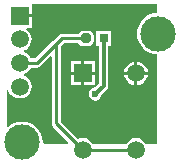
<source format=gbl>
G04*
G04 #@! TF.GenerationSoftware,Altium Limited,Altium Designer,20.1.8 (145)*
G04*
G04 Layer_Physical_Order=2*
G04 Layer_Color=16711680*
%FSLAX25Y25*%
%MOIN*%
G70*
G04*
G04 #@! TF.SameCoordinates,512E4665-3E73-43E0-93C0-92F3FB546157*
G04*
G04*
G04 #@! TF.FilePolarity,Positive*
G04*
G01*
G75*
G04:AMPARAMS|DCode=14|XSize=31.5mil|YSize=31.5mil|CornerRadius=7.87mil|HoleSize=0mil|Usage=FLASHONLY|Rotation=0.000|XOffset=0mil|YOffset=0mil|HoleType=Round|Shape=RoundedRectangle|*
%AMROUNDEDRECTD14*
21,1,0.03150,0.01575,0,0,0.0*
21,1,0.01575,0.03150,0,0,0.0*
1,1,0.01575,0.00787,-0.00787*
1,1,0.01575,-0.00787,-0.00787*
1,1,0.01575,-0.00787,0.00787*
1,1,0.01575,0.00787,0.00787*
%
%ADD14ROUNDEDRECTD14*%
%ADD15R,0.03150X0.03150*%
%ADD23C,0.01000*%
%ADD24C,0.01181*%
%ADD25C,0.11811*%
%ADD26C,0.05906*%
%ADD27R,0.05906X0.05906*%
%ADD28C,0.02362*%
G36*
X59055Y51282D02*
X58095Y51187D01*
X56793Y50793D01*
X55594Y50151D01*
X54542Y49288D01*
X53679Y48237D01*
X53038Y47037D01*
X52643Y45736D01*
X52510Y44382D01*
X52643Y43028D01*
X53038Y41726D01*
X53679Y40527D01*
X54542Y39475D01*
X55594Y38612D01*
X56793Y37971D01*
X58095Y37576D01*
X59055Y37482D01*
Y7768D01*
X55486D01*
X54984Y8422D01*
X54159Y9055D01*
X53197Y9453D01*
X52165Y9589D01*
X51134Y9453D01*
X50172Y9055D01*
X49346Y8422D01*
X48845Y7768D01*
X37770D01*
X37268Y8422D01*
X36442Y9055D01*
X35481Y9453D01*
X34449Y9589D01*
X33417Y9453D01*
X32953Y9261D01*
X27120Y15094D01*
Y40311D01*
X28086Y41278D01*
X32992D01*
X33357Y40731D01*
X33948Y40336D01*
X34646Y40197D01*
X36220D01*
X36918Y40336D01*
X37509Y40731D01*
X37904Y41322D01*
X38043Y42020D01*
Y43595D01*
X37904Y44292D01*
X37509Y44883D01*
X36918Y45278D01*
X36220Y45417D01*
X34646D01*
X33948Y45278D01*
X33357Y44883D01*
X32992Y44337D01*
X27453D01*
X26867Y44220D01*
X26371Y43889D01*
X24509Y42026D01*
X18658Y36175D01*
X17031D01*
X16839Y36639D01*
X16205Y37465D01*
X15379Y38098D01*
X14863Y38312D01*
Y38853D01*
X15379Y39067D01*
X16205Y39700D01*
X16839Y40526D01*
X17237Y41488D01*
X17373Y42520D01*
X17237Y43552D01*
X16839Y44513D01*
X16205Y45339D01*
X15420Y45941D01*
X15420Y45997D01*
X15755Y46441D01*
X17339D01*
Y49894D01*
X13386D01*
Y50894D01*
X17339D01*
Y54331D01*
X49606Y54331D01*
X59055D01*
Y51282D01*
D02*
G37*
G36*
X24061Y36599D02*
Y14461D01*
X24178Y13875D01*
X24509Y13379D01*
X29659Y8230D01*
X29467Y7768D01*
X21446D01*
X21110Y8138D01*
X21112Y8161D01*
X20979Y9515D01*
X20584Y10817D01*
X19943Y12016D01*
X19080Y13068D01*
X18028Y13931D01*
X16829Y14572D01*
X15527Y14967D01*
X14173Y15100D01*
X12820Y14967D01*
X11518Y14572D01*
X10318Y13931D01*
X9555Y13305D01*
X9055Y13541D01*
Y25647D01*
X9535Y25740D01*
X9933Y24778D01*
X10567Y23953D01*
X11392Y23319D01*
X12354Y22921D01*
X13386Y22785D01*
X14418Y22921D01*
X15379Y23319D01*
X16205Y23953D01*
X16839Y24778D01*
X17237Y25740D01*
X17373Y26772D01*
X17237Y27804D01*
X16839Y28765D01*
X16205Y29591D01*
X15379Y30224D01*
X14863Y30438D01*
Y30979D01*
X15379Y31193D01*
X16205Y31826D01*
X16839Y32652D01*
X17031Y33116D01*
X19291D01*
X19877Y33233D01*
X20373Y33564D01*
X23599Y36791D01*
X24061Y36599D01*
D02*
G37*
%LPC*%
G36*
X52665Y35114D02*
Y31693D01*
X56086D01*
X56016Y32225D01*
X55618Y33186D01*
X54984Y34012D01*
X54159Y34646D01*
X53197Y35044D01*
X52665Y35114D01*
D02*
G37*
G36*
X38402Y35146D02*
X34949D01*
Y31693D01*
X38402D01*
Y35146D01*
D02*
G37*
G36*
X51665Y35114D02*
X51134Y35044D01*
X50172Y34646D01*
X49346Y34012D01*
X48713Y33186D01*
X48314Y32225D01*
X48244Y31693D01*
X51665D01*
Y35114D01*
D02*
G37*
G36*
X33949Y35146D02*
X30496D01*
Y31693D01*
X33949D01*
Y35146D01*
D02*
G37*
G36*
X56086Y30693D02*
X52665D01*
Y27272D01*
X53197Y27342D01*
X54159Y27740D01*
X54984Y28374D01*
X55618Y29199D01*
X56016Y30161D01*
X56086Y30693D01*
D02*
G37*
G36*
X51665D02*
X48244D01*
X48314Y30161D01*
X48713Y29199D01*
X49346Y28374D01*
X50172Y27740D01*
X51134Y27342D01*
X51665Y27272D01*
Y30693D01*
D02*
G37*
G36*
X38402D02*
X34949D01*
Y27240D01*
X38402D01*
Y30693D01*
D02*
G37*
G36*
X33949D02*
X30496D01*
Y27240D01*
X33949D01*
Y30693D01*
D02*
G37*
G36*
X43913Y45382D02*
X38764D01*
Y40232D01*
X39717D01*
Y27731D01*
X38496Y26510D01*
X37732Y26358D01*
X37010Y25876D01*
X36528Y25154D01*
X36359Y24303D01*
X36528Y23452D01*
X37010Y22731D01*
X37732Y22249D01*
X38583Y22079D01*
X39434Y22249D01*
X40155Y22731D01*
X40637Y23452D01*
X40789Y24216D01*
X42485Y25912D01*
X42837Y26439D01*
X42960Y27059D01*
Y40232D01*
X43913D01*
Y45382D01*
D02*
G37*
%LPD*%
D14*
X35433Y42807D02*
D03*
D15*
X41339D02*
D03*
D23*
X25591Y14461D02*
X34449Y5602D01*
X25591Y14461D02*
Y40945D01*
X19291Y34646D02*
X25591Y40945D01*
X27453Y42807D01*
X35433D01*
X13386Y34646D02*
X19291D01*
X34449Y5602D02*
X52165D01*
D24*
X41339Y27059D02*
Y42807D01*
X38583Y24303D02*
X41339Y27059D01*
D25*
X59449Y44382D02*
D03*
X14173Y8161D02*
D03*
D26*
X13386Y26772D02*
D03*
Y42520D02*
D03*
Y34646D02*
D03*
X34449Y5602D02*
D03*
X52165D02*
D03*
Y31193D02*
D03*
D27*
X13386Y50394D02*
D03*
X34449Y31193D02*
D03*
D28*
X38583Y24303D02*
D03*
M02*

</source>
